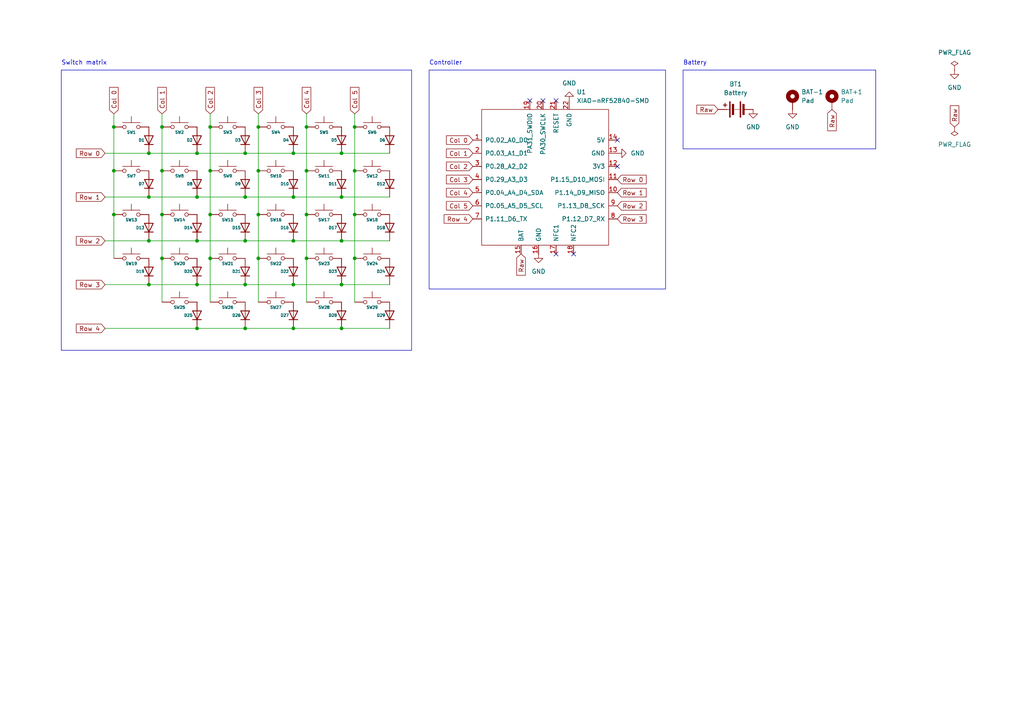
<source format=kicad_sch>
(kicad_sch (version 20250114) (generator "eeschema") (generator_version "9.0")
  (paper "A4")
  (lib_symbols
    (symbol "Device:Battery" (pin_numbers (hide yes)) (pin_names (offset 0) (hide yes))
      (property "Reference" "BT" (at 2.54 2.54 0))
      (property "Value" "Battery" (at 2.54 0 0))
      (symbol "Battery_0_1"
        (rectangle (start -2.286 1.778) (end 2.286 1.524) (fill (type outline)))
        (rectangle (start -2.286 -1.27) (end 2.286 -1.524) (fill (type outline)))
        (rectangle (start -1.524 1.016) (end 1.524 0.508) (fill (type outline)))
        (rectangle (start -1.524 -2.032) (end 1.524 -2.54) (fill (type outline)))
        (polyline (pts (xy 0 1.778) (xy 0 2.54)))
        (polyline (pts (xy 0 0) (xy 0 0.254)))
        (polyline (pts (xy 0 -0.508) (xy 0 -0.254)))
        (polyline (pts (xy 0 -1.016) (xy 0 -0.762)))
        (polyline (pts (xy 0.762 3.048) (xy 1.778 3.048)) (stroke (width 0.254)))
        (polyline (pts (xy 1.27 3.556) (xy 1.27 2.54)) (stroke (width 0.254)))
      )
      (symbol "Battery_1_1"
        (pin passive line (at 0 5.08 270) (length 2.54) (name "+") (number "1"))
        (pin passive line (at 0 -5.08 90) (length 2.54) (name "-") (number "2"))
      )
    )
    (symbol "Device:D" (pin_numbers (hide yes)) (pin_names (offset 1.016) (hide yes))
      (property "Reference" "D" (at 0 2.54 0))
      (property "Value" "D" (at 0 -2.54 0))
      (symbol "D_0_1"
        (polyline (pts (xy -1.27 1.27) (xy -1.27 -1.27)) (stroke (width 0.254)))
        (polyline (pts (xy 1.27 1.27) (xy 1.27 -1.27) (xy -1.27 0) (xy 1.27 1.27)) (stroke (width 0.254)))
        (polyline (pts (xy 1.27 0) (xy -1.27 0)))
      )
      (symbol "D_1_1"
        (pin passive line (at -3.81 0 0) (length 2.54) (name "K") (number "1"))
        (pin passive line (at 3.81 0 180) (length 2.54) (name "A") (number "2"))
      )
    )
    (symbol "Mechanical:MountingHole_Pad" (pin_numbers (hide yes)) (pin_names (offset 1.016) (hide yes)) (exclude_from_sim yes) (in_bom no)
      (property "Reference" "H" (at 0 6.35 0))
      (property "Value" "MountingHole_Pad" (at 0 4.445 0))
      (symbol "MountingHole_Pad_0_1"
        (circle (center 0 1.27) (radius 1.27) (stroke (width 1.27)))
      )
      (symbol "MountingHole_Pad_1_1"
        (pin input line (at 0 -2.54 90) (length 2.54) (name "1") (number "1"))
      )
    )
    (symbol "Seeed_Studio_XIAO_Series:XIAO-nRF52840-SMD" (pin_names (offset 1.016))
      (property "Reference" "U" (at -18.542 23.114 0))
      (property "Value" "XIAO-nRF52840-SMD" (at -8.636 21.336 0))
      (symbol "XIAO-nRF52840-SMD_0_1"
        (rectangle (start -19.05 20.32) (end 17.78 -19.05))
      )
      (symbol "XIAO-nRF52840-SMD_1_1"
        (pin passive line (at -21.59 11.43 0) (length 2.54) (name "P0.02_A0_D0") (number "1"))
        (pin passive line (at -21.59 7.62 0) (length 2.54) (name "P0.03_A1_D1") (number "2"))
        (pin passive line (at -21.59 3.81 0) (length 2.54) (name "P0.28_A2_D2") (number "3"))
        (pin passive line (at -21.59 0 0) (length 2.54) (name "P0.29_A3_D3") (number "4"))
        (pin passive line (at -21.59 -3.81 0) (length 2.54) (name "P0.04_A4_D4_SDA") (number "5"))
        (pin passive line (at -21.59 -7.62 0) (length 2.54) (name "P0.05_A5_D5_SCL") (number "6"))
        (pin passive line (at -21.59 -11.43 0) (length 2.54) (name "P1.11_D6_TX") (number "7"))
        (pin passive line (at -7.62 -21.59 90) (length 2.54) (name "BAT") (number "15"))
        (pin passive line (at -5.08 22.86 270) (length 2.54) (name "PA31_SWDIO") (number "19"))
        (pin passive line (at -2.54 -21.59 90) (length 2.54) (name "GND") (number "16"))
        (pin passive line (at -1.27 22.86 270) (length 2.54) (name "PA30_SWCLK") (number "20"))
        (pin passive line (at 2.54 22.86 270) (length 2.54) (name "RESET") (number "21"))
        (pin passive line (at 2.54 -21.59 90) (length 2.54) (name "NFC1") (number "17"))
        (pin passive line (at 6.35 22.86 270) (length 2.54) (name "GND") (number "22"))
        (pin passive line (at 7.62 -21.59 90) (length 2.54) (name "NFC2") (number "18"))
        (pin passive line (at 20.32 11.43 180) (length 2.54) (name "5V") (number "14"))
        (pin passive line (at 20.32 7.62 180) (length 2.54) (name "GND") (number "13"))
        (pin passive line (at 20.32 3.81 180) (length 2.54) (name "3V3") (number "12"))
        (pin passive line (at 20.32 0 180) (length 2.54) (name "P1.15_D10_MOSI") (number "11"))
        (pin passive line (at 20.32 -3.81 180) (length 2.54) (name "P1.14_D9_MISO") (number "10"))
        (pin passive line (at 20.32 -7.62 180) (length 2.54) (name "P1.13_D8_SCK") (number "9"))
        (pin passive line (at 20.32 -11.43 180) (length 2.54) (name "P1.12_D7_RX") (number "8"))
      )
    )
    (symbol "Switch:SW_Push" (pin_numbers (hide yes)) (pin_names (offset 1.016) (hide yes))
      (property "Reference" "SW" (at 1.27 2.54 0))
      (property "Value" "SW_Push" (at 0 -1.524 0))
      (symbol "SW_Push_0_1"
        (circle (center -2.032 0) (radius 0.508))
        (polyline (pts (xy 0 1.27) (xy 0 3.048)))
        (circle (center 2.032 0) (radius 0.508))
        (polyline (pts (xy 2.54 1.27) (xy -2.54 1.27)))
        (pin passive line (at -5.08 0 0) (length 2.54) (name "1") (number "1"))
        (pin passive line (at 5.08 0 180) (length 2.54) (name "2") (number "2"))
      )
    )
    (symbol "power:GND" (power) (pin_numbers (hide yes)) (pin_names (offset 0) (hide yes))
      (property "Value" "GND" (at 0 -3.81 0))
      (symbol "GND_0_1"
        (polyline (pts (xy 0 0) (xy 0 -1.27) (xy 1.27 -1.27) (xy 0 -2.54) (xy -1.27 -1.27) (xy 0 -1.27)))
      )
      (symbol "GND_1_1"
        (pin power_in line (at 0 0 270) (length 0) (name "~") (number "1"))
      )
    )
    (symbol "power:PWR_FLAG" (power) (pin_numbers (hide yes)) (pin_names (offset 0) (hide yes))
      (property "Value" "PWR_FLAG" (at 0 3.81 0))
      (symbol "PWR_FLAG_0_0"
        (pin power_out line (at 0 0 90) (length 0) (name "~") (number "1"))
      )
      (symbol "PWR_FLAG_0_1"
        (polyline (pts (xy 0 0) (xy 0 1.27) (xy -1.016 1.905) (xy 0 2.54) (xy 1.016 1.905) (xy 0 1.27)))
      )
    )
  )
  (rectangle (start 198.12 20.32) (end 254 43.18))
  (rectangle (start 124.46 20.32) (end 193.04 83.82))
  (rectangle (start 17.78 20.32) (end 119.38 101.6))
  (text "Switch matrix" (at 17.78 19.05 0) (effects (font (size 1.27 1.27)) (justify left bottom)))
  (text "Controller " (at 124.46 19.05 0) (effects (font (size 1.27 1.27)) (justify left bottom)))
  (text "Battery" (at 198.12 19.05 0) (effects (font (size 1.27 1.27)) (justify left bottom)))
  (junction (at 60.96 36.83))
  (junction (at 71.12 69.85))
  (junction (at 99.06 82.55))
  (junction (at 43.18 69.85))
  (junction (at 102.87 74.93))
  (junction (at 85.09 44.45))
  (junction (at 33.02 62.23))
  (junction (at 71.12 95.25))
  (junction (at 88.9 36.83))
  (junction (at 102.87 36.83))
  (junction (at 57.15 57.15))
  (junction (at 99.06 44.45))
  (junction (at 43.18 57.15))
  (junction (at 99.06 69.85))
  (junction (at 74.93 36.83))
  (junction (at 88.9 49.53))
  (junction (at 46.99 49.53))
  (junction (at 57.15 44.45))
  (junction (at 99.06 95.25))
  (junction (at 43.18 44.45))
  (junction (at 102.87 49.53))
  (junction (at 74.93 49.53))
  (junction (at 33.02 49.53))
  (junction (at 99.06 57.15))
  (junction (at 71.12 44.45))
  (junction (at 85.09 95.25))
  (junction (at 33.02 36.83))
  (junction (at 57.15 82.55))
  (junction (at 85.09 82.55))
  (junction (at 71.12 57.15))
  (junction (at 60.96 62.23))
  (junction (at 46.99 36.83))
  (junction (at 46.99 62.23))
  (junction (at 74.93 74.93))
  (junction (at 88.9 62.23))
  (junction (at 57.15 95.25))
  (junction (at 43.18 82.55))
  (junction (at 60.96 74.93))
  (junction (at 88.9 74.93))
  (junction (at 74.93 62.23))
  (junction (at 57.15 69.85))
  (junction (at 60.96 49.53))
  (junction (at 71.12 82.55))
  (junction (at 85.09 57.15))
  (junction (at 46.99 74.93))
  (junction (at 102.87 62.23))
  (junction (at 85.09 69.85))
  (no_connect (at 179.07 48.26))
  (no_connect (at 157.48 29.21))
  (no_connect (at 179.07 40.64))
  (no_connect (at 166.37 73.66))
  (no_connect (at 153.67 29.21))
  (no_connect (at 161.29 73.66))
  (no_connect (at 161.29 29.21))
  (wire (pts (xy 60.96 74.93) (xy 60.96 87.63)))
  (wire (pts (xy 71.12 57.15) (xy 85.09 57.15)))
  (wire (pts (xy 30.48 95.25) (xy 57.15 95.25)))
  (wire (pts (xy 99.06 95.25) (xy 113.03 95.25)))
  (wire (pts (xy 57.15 57.15) (xy 71.12 57.15)))
  (wire (pts (xy 85.09 82.55) (xy 99.06 82.55)))
  (wire (pts (xy 102.87 49.53) (xy 102.87 62.23)))
  (wire (pts (xy 30.48 69.85) (xy 43.18 69.85)))
  (wire (pts (xy 43.18 44.45) (xy 57.15 44.45)))
  (wire (pts (xy 85.09 44.45) (xy 99.06 44.45)))
  (wire (pts (xy 43.18 82.55) (xy 57.15 82.55)))
  (wire (pts (xy 60.96 36.83) (xy 60.96 49.53)))
  (wire (pts (xy 88.9 74.93) (xy 88.9 87.63)))
  (wire (pts (xy 46.99 49.53) (xy 46.99 62.23)))
  (wire (pts (xy 30.48 82.55) (xy 43.18 82.55)))
  (wire (pts (xy 99.06 82.55) (xy 113.03 82.55)))
  (wire (pts (xy 88.9 62.23) (xy 88.9 74.93)))
  (wire (pts (xy 60.96 49.53) (xy 60.96 62.23)))
  (wire (pts (xy 99.06 69.85) (xy 113.03 69.85)))
  (wire (pts (xy 57.15 69.85) (xy 71.12 69.85)))
  (wire (pts (xy 85.09 69.85) (xy 99.06 69.85)))
  (wire (pts (xy 33.02 33.02) (xy 33.02 36.83)))
  (wire (pts (xy 74.93 49.53) (xy 74.93 62.23)))
  (wire (pts (xy 43.18 69.85) (xy 57.15 69.85)))
  (wire (pts (xy 33.02 62.23) (xy 33.02 74.93)))
  (wire (pts (xy 60.96 33.02) (xy 60.96 36.83)))
  (wire (pts (xy 71.12 82.55) (xy 85.09 82.55)))
  (wire (pts (xy 102.87 36.83) (xy 102.87 49.53)))
  (wire (pts (xy 30.48 57.15) (xy 43.18 57.15)))
  (wire (pts (xy 102.87 33.02) (xy 102.87 36.83)))
  (wire (pts (xy 102.87 74.93) (xy 102.87 87.63)))
  (wire (pts (xy 46.99 36.83) (xy 46.99 49.53)))
  (wire (pts (xy 85.09 57.15) (xy 99.06 57.15)))
  (wire (pts (xy 88.9 33.02) (xy 88.9 36.83)))
  (wire (pts (xy 99.06 57.15) (xy 113.03 57.15)))
  (wire (pts (xy 85.09 95.25) (xy 99.06 95.25)))
  (wire (pts (xy 33.02 36.83) (xy 33.02 49.53)))
  (wire (pts (xy 102.87 62.23) (xy 102.87 74.93)))
  (wire (pts (xy 57.15 44.45) (xy 71.12 44.45)))
  (wire (pts (xy 74.93 36.83) (xy 74.93 49.53)))
  (wire (pts (xy 43.18 57.15) (xy 57.15 57.15)))
  (wire (pts (xy 74.93 62.23) (xy 74.93 74.93)))
  (wire (pts (xy 33.02 49.53) (xy 33.02 62.23)))
  (wire (pts (xy 46.99 33.02) (xy 46.99 36.83)))
  (wire (pts (xy 74.93 74.93) (xy 74.93 87.63)))
  (wire (pts (xy 74.93 33.02) (xy 74.93 36.83)))
  (wire (pts (xy 71.12 69.85) (xy 85.09 69.85)))
  (wire (pts (xy 30.48 44.45) (xy 43.18 44.45)))
  (wire (pts (xy 88.9 49.53) (xy 88.9 62.23)))
  (wire (pts (xy 46.99 62.23) (xy 46.99 74.93)))
  (wire (pts (xy 88.9 36.83) (xy 88.9 49.53)))
  (wire (pts (xy 60.96 62.23) (xy 60.96 74.93)))
  (wire (pts (xy 57.15 95.25) (xy 71.12 95.25)))
  (wire (pts (xy 71.12 44.45) (xy 85.09 44.45)))
  (wire (pts (xy 46.99 74.93) (xy 46.99 87.63)))
  (wire (pts (xy 99.06 44.45) (xy 113.03 44.45)))
  (wire (pts (xy 57.15 82.55) (xy 71.12 82.55)))
  (wire (pts (xy 71.12 95.25) (xy 85.09 95.25)))
  (global_label "Raw" (shape input) (at 151.13 73.66 270) (property "Intersheetrefs" "${INTERSHEET_REFS}" (effects (hide yes))))
  (global_label "Row 3" (shape input) (at 30.48 82.55 180) (property "Intersheetrefs" "${INTERSHEET_REFS}" (effects (hide yes))))
  (global_label "Row 0" (shape input) (at 179.07 52.07 0) (property "Intersheetrefs" "${INTERSHEET_REFS}" (effects (hide yes))))
  (global_label "Row 0" (shape input) (at 30.48 44.45 180) (property "Intersheetrefs" "${INTERSHEET_REFS}" (effects (hide yes))))
  (global_label "Row 2" (shape input) (at 30.48 69.85 180) (property "Intersheetrefs" "${INTERSHEET_REFS}" (effects (hide yes))))
  (global_label "Row 4" (shape input) (at 137.16 63.5 180) (property "Intersheetrefs" "${INTERSHEET_REFS}" (effects (hide yes))))
  (global_label "Raw" (shape input) (at 276.86 36.83 90) (property "Intersheetrefs" "${INTERSHEET_REFS}" (effects (hide yes))))
  (global_label "Col 5" (shape input) (at 137.16 59.69 180) (property "Intersheetrefs" "${INTERSHEET_REFS}" (effects (hide yes))))
  (global_label "Col 1" (shape input) (at 137.16 44.45 180) (property "Intersheetrefs" "${INTERSHEET_REFS}" (effects (hide yes))))
  (global_label "Col 2" (shape input) (at 137.16 48.26 180) (property "Intersheetrefs" "${INTERSHEET_REFS}" (effects (hide yes))))
  (global_label "Row 1" (shape input) (at 30.48 57.15 180) (property "Intersheetrefs" "${INTERSHEET_REFS}" (effects (hide yes))))
  (global_label "Col 0" (shape input) (at 137.16 40.64 180) (property "Intersheetrefs" "${INTERSHEET_REFS}" (effects (hide yes))))
  (global_label "Col 4" (shape input) (at 88.9 33.02 90) (property "Intersheetrefs" "${INTERSHEET_REFS}" (effects (hide yes))))
  (global_label "Col 0" (shape input) (at 33.02 33.02 90) (property "Intersheetrefs" "${INTERSHEET_REFS}" (effects (hide yes))))
  (global_label "Col 3" (shape input) (at 137.16 52.07 180) (property "Intersheetrefs" "${INTERSHEET_REFS}" (effects (hide yes))))
  (global_label "Col 3" (shape input) (at 74.93 33.02 90) (property "Intersheetrefs" "${INTERSHEET_REFS}" (effects (hide yes))))
  (global_label "Col 2" (shape input) (at 60.96 33.02 90) (property "Intersheetrefs" "${INTERSHEET_REFS}" (effects (hide yes))))
  (global_label "Row 4" (shape input) (at 30.48 95.25 180) (property "Intersheetrefs" "${INTERSHEET_REFS}" (effects (hide yes))))
  (global_label "Col 4" (shape input) (at 137.16 55.88 180) (property "Intersheetrefs" "${INTERSHEET_REFS}" (effects (hide yes))))
  (global_label "Row 1" (shape input) (at 179.07 55.88 0) (property "Intersheetrefs" "${INTERSHEET_REFS}" (effects (hide yes))))
  (global_label "Raw" (shape input) (at 241.3 31.75 270) (property "Intersheetrefs" "${INTERSHEET_REFS}" (effects (hide yes))))
  (global_label "Col 5" (shape input) (at 102.87 33.02 90) (property "Intersheetrefs" "${INTERSHEET_REFS}" (effects (hide yes))))
  (global_label "Col 1" (shape input) (at 46.99 33.02 90) (property "Intersheetrefs" "${INTERSHEET_REFS}" (effects (hide yes))))
  (global_label "Row 2" (shape input) (at 179.07 59.69 0) (property "Intersheetrefs" "${INTERSHEET_REFS}" (effects (hide yes))))
  (global_label "Row 3" (shape input) (at 179.07 63.5 0) (property "Intersheetrefs" "${INTERSHEET_REFS}" (effects (hide yes))))
  (global_label "Raw" (shape input) (at 208.28 31.75 180) (property "Intersheetrefs" "${INTERSHEET_REFS}" (effects (hide yes))))
  (symbol (lib_id "Device:D") (at 85.09 53.34 90) (unit 1)
    (property "Reference" "D10" (at 83.82 53.34 90) (effects (font (size 0.8128 0.8128)) (justify left)))
    (property "Value" "D" (effects (hide yes)))
    (property "Footprint" "axseem:D_SOD-123_HandSoldering_Reversible" (effects (hide yes)))
    (property "Description" "Diode" (effects (hide yes)))
    (property "Sim.Device" "D" (effects (hide yes)))
    (property "Sim.Pins" "1=K 2=A" (effects (hide yes)))
  )
  (symbol (lib_id "power:GND") (at 229.87 31.75 0) (mirror y) (unit 1)
    (property "Reference" "#PWR024" (effects (hide yes)))
    (property "Value" "GND" (at 229.87 36.83 0))
    (property "Description" "Power symbol creates a global label with name \"GND\" , ground" (effects (hide yes)))
  )
  (symbol (lib_id "Switch:SW_Push") (at 66.04 87.63 0) (unit 1)
    (property "Reference" "SW26" (at 66.04 89.154 0) (effects (font (size 0.8128 0.8128))))
    (property "Value" "SW_Push" (effects (hide yes)))
    (property "Footprint" "axseem:SW_MX_Choc_Hotswap_Reversible" (effects (hide yes)))
    (property "Description" "Push button switch, generic, two pins" (effects (hide yes)))
  )
  (symbol (lib_id "power:GND") (at 156.21 73.66 0) (unit 1)
    (property "Reference" "#PWR014" (effects (hide yes)))
    (property "Value" "GND" (at 156.21 78.74 0))
    (property "Description" "Power symbol creates a global label with name \"GND\" , ground" (effects (hide yes)))
  )
  (symbol (lib_id "power:GND") (at 276.86 20.32 0) (unit 1)
    (property "Reference" "#PWR016" (effects (hide yes)))
    (property "Value" "GND" (at 276.86 25.4 0))
    (property "Description" "Power symbol creates a global label with name \"GND\" , ground" (effects (hide yes)))
  )
  (symbol (lib_id "Device:D") (at 85.09 91.44 90) (unit 1)
    (property "Reference" "D27" (at 83.82 91.44 90) (effects (font (size 0.8128 0.8128)) (justify left)))
    (property "Value" "D" (effects (hide yes)))
    (property "Footprint" "axseem:D_SOD-123_HandSoldering_Reversible" (effects (hide yes)))
    (property "Description" "Diode" (effects (hide yes)))
    (property "Sim.Device" "D" (effects (hide yes)))
    (property "Sim.Pins" "1=K 2=A" (effects (hide yes)))
  )
  (symbol (lib_id "Device:D") (at 71.12 40.64 90) (unit 1)
    (property "Reference" "D3" (at 69.85 40.64 90) (effects (font (size 0.8128 0.8128)) (justify left)))
    (property "Value" "D" (effects (hide yes)))
    (property "Footprint" "axseem:D_SOD-123_HandSoldering_Reversible" (effects (hide yes)))
    (property "Description" "Diode" (effects (hide yes)))
    (property "Sim.Device" "D" (effects (hide yes)))
    (property "Sim.Pins" "1=K 2=A" (effects (hide yes)))
  )
  (symbol (lib_id "Switch:SW_Push") (at 38.1 36.83 0) (unit 1)
    (property "Reference" "SW1" (at 38.1 38.354 0) (effects (font (size 0.8128 0.8128))))
    (property "Value" "SW_Push" (effects (hide yes)))
    (property "Footprint" "axseem:SW_MX_Choc_Hotswap_Reversible" (effects (hide yes)))
    (property "Description" "Push button switch, generic, two pins" (effects (hide yes)))
  )
  (symbol (lib_id "Device:D") (at 113.03 53.34 90) (unit 1)
    (property "Reference" "D12" (at 111.76 53.34 90) (effects (font (size 0.8128 0.8128)) (justify left)))
    (property "Value" "D" (effects (hide yes)))
    (property "Footprint" "axseem:D_SOD-123_HandSoldering_Reversible" (effects (hide yes)))
    (property "Description" "Diode" (effects (hide yes)))
    (property "Sim.Device" "D" (effects (hide yes)))
    (property "Sim.Pins" "1=K 2=A" (effects (hide yes)))
  )
  (symbol (lib_id "Switch:SW_Push") (at 52.07 36.83 0) (unit 1)
    (property "Reference" "SW2" (at 52.07 38.354 0) (effects (font (size 0.8128 0.8128))))
    (property "Value" "SW_Push" (effects (hide yes)))
    (property "Footprint" "axseem:SW_MX_Choc_Hotswap_Reversible" (effects (hide yes)))
    (property "Description" "Push button switch, generic, two pins" (effects (hide yes)))
  )
  (symbol (lib_id "Device:D") (at 57.15 78.74 90) (unit 1)
    (property "Reference" "D20" (at 55.88 78.74 90) (effects (font (size 0.8128 0.8128)) (justify left)))
    (property "Value" "D" (effects (hide yes)))
    (property "Footprint" "axseem:D_SOD-123_HandSoldering_Reversible" (effects (hide yes)))
    (property "Description" "Diode" (effects (hide yes)))
    (property "Sim.Device" "D" (effects (hide yes)))
    (property "Sim.Pins" "1=K 2=A" (effects (hide yes)))
  )
  (symbol (lib_id "Device:D") (at 113.03 91.44 90) (unit 1)
    (property "Reference" "D29" (at 111.76 91.44 90) (effects (font (size 0.8128 0.8128)) (justify left)))
    (property "Value" "D" (effects (hide yes)))
    (property "Footprint" "axseem:D_SOD-123_HandSoldering_Reversible" (effects (hide yes)))
    (property "Description" "Diode" (effects (hide yes)))
    (property "Sim.Device" "D" (effects (hide yes)))
    (property "Sim.Pins" "1=K 2=A" (effects (hide yes)))
  )
  (symbol (lib_id "Device:D") (at 113.03 40.64 90) (unit 1)
    (property "Reference" "D6" (at 111.76 40.64 90) (effects (font (size 0.8128 0.8128)) (justify left)))
    (property "Value" "D" (effects (hide yes)))
    (property "Footprint" "axseem:D_SOD-123_HandSoldering_Reversible" (effects (hide yes)))
    (property "Description" "Diode" (effects (hide yes)))
    (property "Sim.Device" "D" (effects (hide yes)))
    (property "Sim.Pins" "1=K 2=A" (effects (hide yes)))
  )
  (symbol (lib_id "Switch:SW_Push") (at 66.04 62.23 0) (unit 1)
    (property "Reference" "SW15" (at 66.04 63.754 0) (effects (font (size 0.8128 0.8128))))
    (property "Value" "SW_Push" (effects (hide yes)))
    (property "Footprint" "axseem:SW_MX_Choc_Hotswap_Reversible" (effects (hide yes)))
    (property "Description" "Push button switch, generic, two pins" (effects (hide yes)))
  )
  (symbol (lib_id "Device:D") (at 57.15 40.64 90) (unit 1)
    (property "Reference" "D2" (at 55.88 40.64 90) (effects (font (size 0.8128 0.8128)) (justify left)))
    (property "Value" "D" (effects (hide yes)))
    (property "Footprint" "axseem:D_SOD-123_HandSoldering_Reversible" (effects (hide yes)))
    (property "Description" "Diode" (effects (hide yes)))
    (property "Sim.Device" "D" (effects (hide yes)))
    (property "Sim.Pins" "1=K 2=A" (effects (hide yes)))
  )
  (symbol (lib_id "Device:D") (at 43.18 66.04 90) (unit 1)
    (property "Reference" "D13" (at 41.91 66.04 90) (effects (font (size 0.8128 0.8128)) (justify left)))
    (property "Value" "D" (effects (hide yes)))
    (property "Footprint" "axseem:D_SOD-123_HandSoldering_Reversible" (effects (hide yes)))
    (property "Description" "Diode" (effects (hide yes)))
    (property "Sim.Device" "D" (effects (hide yes)))
    (property "Sim.Pins" "1=K 2=A" (effects (hide yes)))
  )
  (symbol (lib_id "Device:D") (at 99.06 40.64 90) (unit 1)
    (property "Reference" "D5" (at 97.79 40.64 90) (effects (font (size 0.8128 0.8128)) (justify left)))
    (property "Value" "D" (effects (hide yes)))
    (property "Footprint" "axseem:D_SOD-123_HandSoldering_Reversible" (effects (hide yes)))
    (property "Description" "Diode" (effects (hide yes)))
    (property "Sim.Device" "D" (effects (hide yes)))
    (property "Sim.Pins" "1=K 2=A" (effects (hide yes)))
  )
  (symbol (lib_id "Device:D") (at 85.09 66.04 90) (unit 1)
    (property "Reference" "D16" (at 83.82 66.04 90) (effects (font (size 0.8128 0.8128)) (justify left)))
    (property "Value" "D" (effects (hide yes)))
    (property "Footprint" "axseem:D_SOD-123_HandSoldering_Reversible" (effects (hide yes)))
    (property "Description" "Diode" (effects (hide yes)))
    (property "Sim.Device" "D" (effects (hide yes)))
    (property "Sim.Pins" "1=K 2=A" (effects (hide yes)))
  )
  (symbol (lib_id "Switch:SW_Push") (at 107.95 49.53 0) (unit 1)
    (property "Reference" "SW12" (at 107.95 51.054 0) (effects (font (size 0.8128 0.8128))))
    (property "Value" "SW_Push" (effects (hide yes)))
    (property "Footprint" "axseem:SW_MX_Choc_Hotswap_Reversible" (effects (hide yes)))
    (property "Description" "Push button switch, generic, two pins" (effects (hide yes)))
  )
  (symbol (lib_id "Switch:SW_Push") (at 93.98 74.93 0) (unit 1)
    (property "Reference" "SW23" (at 93.98 76.454 0) (effects (font (size 0.8128 0.8128))))
    (property "Value" "SW_Push" (effects (hide yes)))
    (property "Footprint" "axseem:SW_MX_Choc_Hotswap_Reversible" (effects (hide yes)))
    (property "Description" "Push button switch, generic, two pins" (effects (hide yes)))
  )
  (symbol (lib_id "Switch:SW_Push") (at 107.95 74.93 0) (unit 1)
    (property "Reference" "SW24" (at 107.95 76.454 0) (effects (font (size 0.8128 0.8128))))
    (property "Value" "SW_Push" (effects (hide yes)))
    (property "Footprint" "axseem:SW_MX_Choc_Hotswap_Reversible" (effects (hide yes)))
    (property "Description" "Push button switch, generic, two pins" (effects (hide yes)))
  )
  (symbol (lib_id "Mechanical:MountingHole_Pad") (at 241.3 29.21 0) (unit 1)
    (property "Reference" "BAT+1" (at 243.84 26.6699 0) (effects (justify left)))
    (property "Value" "Pad" (at 243.84 29.2099 0) (effects (justify left)))
    (property "Footprint" "axseem:Pad" (effects (hide yes)))
    (property "Description" "Mounting Hole with connection" (effects (hide yes)))
  )
  (symbol (lib_id "Device:D") (at 99.06 66.04 90) (unit 1)
    (property "Reference" "D17" (at 97.79 66.04 90) (effects (font (size 0.8128 0.8128)) (justify left)))
    (property "Value" "D" (effects (hide yes)))
    (property "Footprint" "axseem:D_SOD-123_HandSoldering_Reversible" (effects (hide yes)))
    (property "Description" "Diode" (effects (hide yes)))
    (property "Sim.Device" "D" (effects (hide yes)))
    (property "Sim.Pins" "1=K 2=A" (effects (hide yes)))
  )
  (symbol (lib_id "Device:D") (at 99.06 78.74 90) (unit 1)
    (property "Reference" "D23" (at 97.79 78.74 90) (effects (font (size 0.8128 0.8128)) (justify left)))
    (property "Value" "D" (effects (hide yes)))
    (property "Footprint" "axseem:D_SOD-123_HandSoldering_Reversible" (effects (hide yes)))
    (property "Description" "Diode" (effects (hide yes)))
    (property "Sim.Device" "D" (effects (hide yes)))
    (property "Sim.Pins" "1=K 2=A" (effects (hide yes)))
  )
  (symbol (lib_id "Device:D") (at 99.06 91.44 90) (unit 1)
    (property "Reference" "D28" (at 97.79 91.44 90) (effects (font (size 0.8128 0.8128)) (justify left)))
    (property "Value" "D" (effects (hide yes)))
    (property "Footprint" "axseem:D_SOD-123_HandSoldering_Reversible" (effects (hide yes)))
    (property "Description" "Diode" (effects (hide yes)))
    (property "Sim.Device" "D" (effects (hide yes)))
    (property "Sim.Pins" "1=K 2=A" (effects (hide yes)))
  )
  (symbol (lib_id "Device:D") (at 85.09 78.74 90) (unit 1)
    (property "Reference" "D22" (at 83.82 78.74 90) (effects (font (size 0.8128 0.8128)) (justify left)))
    (property "Value" "D" (effects (hide yes)))
    (property "Footprint" "axseem:D_SOD-123_HandSoldering_Reversible" (effects (hide yes)))
    (property "Description" "Diode" (effects (hide yes)))
    (property "Sim.Device" "D" (effects (hide yes)))
    (property "Sim.Pins" "1=K 2=A" (effects (hide yes)))
  )
  (symbol (lib_id "Switch:SW_Push") (at 38.1 74.93 0) (unit 1)
    (property "Reference" "SW19" (at 38.1 76.454 0) (effects (font (size 0.8128 0.8128))))
    (property "Value" "SW_Push" (effects (hide yes)))
    (property "Footprint" "axseem:SW_MX_Choc_Hotswap_Reversible" (effects (hide yes)))
    (property "Description" "Push button switch, generic, two pins" (effects (hide yes)))
  )
  (symbol (lib_id "Switch:SW_Push") (at 66.04 49.53 0) (unit 1)
    (property "Reference" "SW9" (at 66.04 51.054 0) (effects (font (size 0.8128 0.8128))))
    (property "Value" "SW_Push" (effects (hide yes)))
    (property "Footprint" "axseem:SW_MX_Choc_Hotswap_Reversible" (effects (hide yes)))
    (property "Description" "Push button switch, generic, two pins" (effects (hide yes)))
  )
  (symbol (lib_id "Seeed_Studio_XIAO_Series:XIAO-nRF52840-SMD") (at 158.75 52.07 0) (unit 1)
    (property "Reference" "U1" (at 167.2433 26.67 0) (effects (justify left)))
    (property "Value" "XIAO-nRF52840-SMD" (at 167.2433 29.21 0) (effects (justify left)))
    (property "Footprint" "axseem:XIAO-nRF52840-SMD" (effects (hide yes)))
  )
  (symbol (lib_id "Device:D") (at 71.12 53.34 90) (unit 1)
    (property "Reference" "D9" (at 69.85 53.34 90) (effects (font (size 0.8128 0.8128)) (justify left)))
    (property "Value" "D" (effects (hide yes)))
    (property "Footprint" "axseem:D_SOD-123_HandSoldering_Reversible" (effects (hide yes)))
    (property "Description" "Diode" (effects (hide yes)))
    (property "Sim.Device" "D" (effects (hide yes)))
    (property "Sim.Pins" "1=K 2=A" (effects (hide yes)))
  )
  (symbol (lib_id "Switch:SW_Push") (at 52.07 49.53 0) (unit 1)
    (property "Reference" "SW8" (at 52.07 51.054 0) (effects (font (size 0.8128 0.8128))))
    (property "Value" "SW_Push" (effects (hide yes)))
    (property "Footprint" "axseem:SW_MX_Choc_Hotswap_Reversible" (effects (hide yes)))
    (property "Description" "Push button switch, generic, two pins" (effects (hide yes)))
  )
  (symbol (lib_id "Switch:SW_Push") (at 66.04 36.83 0) (unit 1)
    (property "Reference" "SW3" (at 66.04 38.354 0) (effects (font (size 0.8128 0.8128))))
    (property "Value" "SW_Push" (effects (hide yes)))
    (property "Footprint" "axseem:SW_MX_Choc_Hotswap_Reversible" (effects (hide yes)))
    (property "Description" "Push button switch, generic, two pins" (effects (hide yes)))
  )
  (symbol (lib_id "Switch:SW_Push") (at 38.1 49.53 0) (unit 1)
    (property "Reference" "SW7" (at 38.1 51.054 0) (effects (font (size 0.8128 0.8128))))
    (property "Value" "SW_Push" (effects (hide yes)))
    (property "Footprint" "axseem:SW_MX_Choc_Hotswap_Reversible" (effects (hide yes)))
    (property "Description" "Push button switch, generic, two pins" (effects (hide yes)))
  )
  (symbol (lib_id "power:PWR_FLAG") (at 276.86 20.32 0) (unit 1)
    (property "Reference" "#FLG01" (effects (hide yes)))
    (property "Value" "PWR_FLAG" (at 276.86 15.24 0))
    (property "Description" "Special symbol for telling ERC where power comes from" (effects (hide yes)))
  )
  (symbol (lib_id "Switch:SW_Push") (at 52.07 62.23 0) (unit 1)
    (property "Reference" "SW14" (at 52.07 63.754 0) (effects (font (size 0.8128 0.8128))))
    (property "Value" "SW_Push" (effects (hide yes)))
    (property "Footprint" "axseem:SW_MX_Choc_Hotswap_Reversible" (effects (hide yes)))
    (property "Description" "Push button switch, generic, two pins" (effects (hide yes)))
  )
  (symbol (lib_id "Switch:SW_Push") (at 93.98 36.83 0) (unit 1)
    (property "Reference" "SW5" (at 93.98 38.354 0) (effects (font (size 0.8128 0.8128))))
    (property "Value" "SW_Push" (effects (hide yes)))
    (property "Footprint" "axseem:SW_MX_Choc_Hotswap_Reversible" (effects (hide yes)))
    (property "Description" "Push button switch, generic, two pins" (effects (hide yes)))
  )
  (symbol (lib_id "Switch:SW_Push") (at 80.01 36.83 0) (unit 1)
    (property "Reference" "SW4" (at 80.01 38.354 0) (effects (font (size 0.8128 0.8128))))
    (property "Value" "SW_Push" (effects (hide yes)))
    (property "Footprint" "axseem:SW_MX_Choc_Hotswap_Reversible" (effects (hide yes)))
    (property "Description" "Push button switch, generic, two pins" (effects (hide yes)))
  )
  (symbol (lib_id "Switch:SW_Push") (at 107.95 87.63 0) (unit 1)
    (property "Reference" "SW29" (at 107.95 89.154 0) (effects (font (size 0.8128 0.8128))))
    (property "Value" "SW_Push" (effects (hide yes)))
    (property "Footprint" "axseem:SW_MX_Choc_Hotswap_Reversible" (effects (hide yes)))
    (property "Description" "Push button switch, generic, two pins" (effects (hide yes)))
  )
  (symbol (lib_id "Switch:SW_Push") (at 107.95 62.23 0) (unit 1)
    (property "Reference" "SW18" (at 107.95 63.754 0) (effects (font (size 0.8128 0.8128))))
    (property "Value" "SW_Push" (effects (hide yes)))
    (property "Footprint" "axseem:SW_MX_Choc_Hotswap_Reversible" (effects (hide yes)))
    (property "Description" "Push button switch, generic, two pins" (effects (hide yes)))
  )
  (symbol (lib_id "Switch:SW_Push") (at 66.04 74.93 0) (unit 1)
    (property "Reference" "SW21" (at 66.04 76.454 0) (effects (font (size 0.8128 0.8128))))
    (property "Value" "SW_Push" (effects (hide yes)))
    (property "Footprint" "axseem:SW_MX_Choc_Hotswap_Reversible" (effects (hide yes)))
    (property "Description" "Push button switch, generic, two pins" (effects (hide yes)))
  )
  (symbol (lib_id "Device:D") (at 71.12 78.74 90) (unit 1)
    (property "Reference" "D21" (at 69.85 78.74 90) (effects (font (size 0.8128 0.8128)) (justify left)))
    (property "Value" "D" (effects (hide yes)))
    (property "Footprint" "axseem:D_SOD-123_HandSoldering_Reversible" (effects (hide yes)))
    (property "Description" "Diode" (effects (hide yes)))
    (property "Sim.Device" "D" (effects (hide yes)))
    (property "Sim.Pins" "1=K 2=A" (effects (hide yes)))
  )
  (symbol (lib_id "Switch:SW_Push") (at 80.01 49.53 0) (unit 1)
    (property "Reference" "SW10" (at 80.01 51.054 0) (effects (font (size 0.8128 0.8128))))
    (property "Value" "SW_Push" (effects (hide yes)))
    (property "Footprint" "axseem:SW_MX_Choc_Hotswap_Reversible" (effects (hide yes)))
    (property "Description" "Push button switch, generic, two pins" (effects (hide yes)))
  )
  (symbol (lib_id "Mechanical:MountingHole_Pad") (at 229.87 29.21 0) (unit 1)
    (property "Reference" "BAT-1" (at 232.41 26.6699 0) (effects (justify left)))
    (property "Value" "Pad" (at 232.41 29.2099 0) (effects (justify left)))
    (property "Footprint" "axseem:Pad" (effects (hide yes)))
    (property "Description" "Mounting Hole with connection" (effects (hide yes)))
  )
  (symbol (lib_id "Device:D") (at 57.15 91.44 90) (unit 1)
    (property "Reference" "D25" (at 55.88 91.44 90) (effects (font (size 0.8128 0.8128)) (justify left)))
    (property "Value" "D" (effects (hide yes)))
    (property "Footprint" "axseem:D_SOD-123_HandSoldering_Reversible" (effects (hide yes)))
    (property "Description" "Diode" (effects (hide yes)))
    (property "Sim.Device" "D" (effects (hide yes)))
    (property "Sim.Pins" "1=K 2=A" (effects (hide yes)))
  )
  (symbol (lib_id "Switch:SW_Push") (at 93.98 49.53 0) (unit 1)
    (property "Reference" "SW11" (at 93.98 51.054 0) (effects (font (size 0.8128 0.8128))))
    (property "Value" "SW_Push" (effects (hide yes)))
    (property "Footprint" "axseem:SW_MX_Choc_Hotswap_Reversible" (effects (hide yes)))
    (property "Description" "Push button switch, generic, two pins" (effects (hide yes)))
  )
  (symbol (lib_id "Switch:SW_Push") (at 80.01 62.23 0) (unit 1)
    (property "Reference" "SW16" (at 80.01 63.754 0) (effects (font (size 0.8128 0.8128))))
    (property "Value" "SW_Push" (effects (hide yes)))
    (property "Footprint" "axseem:SW_MX_Choc_Hotswap_Reversible" (effects (hide yes)))
    (property "Description" "Push button switch, generic, two pins" (effects (hide yes)))
  )
  (symbol (lib_id "Device:D") (at 43.18 53.34 90) (unit 1)
    (property "Reference" "D7" (at 41.91 53.34 90) (effects (font (size 0.8128 0.8128)) (justify left)))
    (property "Value" "D" (effects (hide yes)))
    (property "Footprint" "axseem:D_SOD-123_HandSoldering_Reversible" (effects (hide yes)))
    (property "Description" "Diode" (effects (hide yes)))
    (property "Sim.Device" "D" (effects (hide yes)))
    (property "Sim.Pins" "1=K 2=A" (effects (hide yes)))
  )
  (symbol (lib_id "Device:D") (at 57.15 53.34 90) (unit 1)
    (property "Reference" "D8" (at 55.88 53.34 90) (effects (font (size 0.8128 0.8128)) (justify left)))
    (property "Value" "D" (effects (hide yes)))
    (property "Footprint" "axseem:D_SOD-123_HandSoldering_Reversible" (effects (hide yes)))
    (property "Description" "Diode" (effects (hide yes)))
    (property "Sim.Device" "D" (effects (hide yes)))
    (property "Sim.Pins" "1=K 2=A" (effects (hide yes)))
  )
  (symbol (lib_id "Device:D") (at 71.12 91.44 90) (unit 1)
    (property "Reference" "D26" (at 69.85 91.44 90) (effects (font (size 0.8128 0.8128)) (justify left)))
    (property "Value" "D" (effects (hide yes)))
    (property "Footprint" "axseem:D_SOD-123_HandSoldering_Reversible" (effects (hide yes)))
    (property "Description" "Diode" (effects (hide yes)))
    (property "Sim.Device" "D" (effects (hide yes)))
    (property "Sim.Pins" "1=K 2=A" (effects (hide yes)))
  )
  (symbol (lib_id "power:GND") (at 165.1 29.21 180) (unit 1)
    (property "Reference" "#PWR015" (effects (hide yes)))
    (property "Value" "GND" (at 165.1 24.13 0))
    (property "Description" "Power symbol creates a global label with name \"GND\" , ground" (effects (hide yes)))
  )
  (symbol (lib_id "Device:Battery") (at 213.36 31.75 90) (unit 1)
    (property "Reference" "BT1" (at 213.36 24.384 90))
    (property "Value" "Battery" (at 213.36 26.924 90))
    (property "Footprint" "axseem:JST_1.25mm_Reversible" (effects (hide yes)))
    (property "Description" "Multiple-cell battery" (effects (hide yes)))
  )
  (symbol (lib_id "power:PWR_FLAG") (at 276.86 36.83 180) (unit 1)
    (property "Reference" "#FLG04" (effects (hide yes)))
    (property "Value" "PWR_FLAG" (at 276.86 41.91 0))
    (property "Description" "Special symbol for telling ERC where power comes from" (effects (hide yes)))
  )
  (symbol (lib_id "Switch:SW_Push") (at 52.07 87.63 0) (unit 1)
    (property "Reference" "SW25" (at 52.07 89.154 0) (effects (font (size 0.8128 0.8128))))
    (property "Value" "SW_Push" (effects (hide yes)))
    (property "Footprint" "axseem:SW_MX_Choc_Hotswap_Reversible" (effects (hide yes)))
    (property "Description" "Push button switch, generic, two pins" (effects (hide yes)))
  )
  (symbol (lib_id "power:GND") (at 179.07 44.45 90) (unit 1)
    (property "Reference" "#PWR013" (effects (hide yes)))
    (property "Value" "GND" (at 182.88 44.4499 90) (effects (justify right)))
    (property "Description" "Power symbol creates a global label with name \"GND\" , ground" (effects (hide yes)))
  )
  (symbol (lib_id "Switch:SW_Push") (at 80.01 87.63 0) (unit 1)
    (property "Reference" "SW27" (at 80.01 89.154 0) (effects (font (size 0.8128 0.8128))))
    (property "Value" "SW_Push" (effects (hide yes)))
    (property "Footprint" "axseem:SW_MX_Choc_Hotswap_Reversible" (effects (hide yes)))
    (property "Description" "Push button switch, generic, two pins" (effects (hide yes)))
  )
  (symbol (lib_id "Device:D") (at 85.09 40.64 90) (unit 1)
    (property "Reference" "D4" (at 83.82 40.64 90) (effects (font (size 0.8128 0.8128)) (justify left)))
    (property "Value" "D" (effects (hide yes)))
    (property "Footprint" "axseem:D_SOD-123_HandSoldering_Reversible" (effects (hide yes)))
    (property "Description" "Diode" (effects (hide yes)))
    (property "Sim.Device" "D" (effects (hide yes)))
    (property "Sim.Pins" "1=K 2=A" (effects (hide yes)))
  )
  (symbol (lib_id "Device:D") (at 43.18 78.74 90) (unit 1)
    (property "Reference" "D19" (at 41.91 78.74 90) (effects (font (size 0.8128 0.8128)) (justify left)))
    (property "Value" "D" (effects (hide yes)))
    (property "Footprint" "axseem:D_SOD-123_HandSoldering_Reversible" (effects (hide yes)))
    (property "Description" "Diode" (effects (hide yes)))
    (property "Sim.Device" "D" (effects (hide yes)))
    (property "Sim.Pins" "1=K 2=A" (effects (hide yes)))
  )
  (symbol (lib_id "Switch:SW_Push") (at 38.1 62.23 0) (unit 1)
    (property "Reference" "SW13" (at 38.1 63.754 0) (effects (font (size 0.8128 0.8128))))
    (property "Value" "SW_Push" (effects (hide yes)))
    (property "Footprint" "axseem:SW_MX_Choc_Hotswap_Reversible" (effects (hide yes)))
    (property "Description" "Push button switch, generic, two pins" (effects (hide yes)))
  )
  (symbol (lib_id "Device:D") (at 113.03 66.04 90) (unit 1)
    (property "Reference" "D18" (at 111.76 66.04 90) (effects (font (size 0.8128 0.8128)) (justify left)))
    (property "Value" "D" (effects (hide yes)))
    (property "Footprint" "axseem:D_SOD-123_HandSoldering_Reversible" (effects (hide yes)))
    (property "Description" "Diode" (effects (hide yes)))
    (property "Sim.Device" "D" (effects (hide yes)))
    (property "Sim.Pins" "1=K 2=A" (effects (hide yes)))
  )
  (symbol (lib_id "Switch:SW_Push") (at 107.95 36.83 0) (unit 1)
    (property "Reference" "SW6" (at 107.95 38.354 0) (effects (font (size 0.8128 0.8128))))
    (property "Value" "SW_Push" (effects (hide yes)))
    (property "Footprint" "axseem:SW_MX_Choc_Hotswap_Reversible" (effects (hide yes)))
    (property "Description" "Push button switch, generic, two pins" (effects (hide yes)))
  )
  (symbol (lib_id "Device:D") (at 99.06 53.34 90) (unit 1)
    (property "Reference" "D11" (at 97.79 53.34 90) (effects (font (size 0.8128 0.8128)) (justify left)))
    (property "Value" "D" (effects (hide yes)))
    (property "Footprint" "axseem:D_SOD-123_HandSoldering_Reversible" (effects (hide yes)))
    (property "Description" "Diode" (effects (hide yes)))
    (property "Sim.Device" "D" (effects (hide yes)))
    (property "Sim.Pins" "1=K 2=A" (effects (hide yes)))
  )
  (symbol (lib_id "Device:D") (at 71.12 66.04 90) (unit 1)
    (property "Reference" "D15" (at 69.85 66.04 90) (effects (font (size 0.8128 0.8128)) (justify left)))
    (property "Value" "D" (effects (hide yes)))
    (property "Footprint" "axseem:D_SOD-123_HandSoldering_Reversible" (effects (hide yes)))
    (property "Description" "Diode" (effects (hide yes)))
    (property "Sim.Device" "D" (effects (hide yes)))
    (property "Sim.Pins" "1=K 2=A" (effects (hide yes)))
  )
  (symbol (lib_id "Switch:SW_Push") (at 80.01 74.93 0) (unit 1)
    (property "Reference" "SW22" (at 80.01 76.454 0) (effects (font (size 0.8128 0.8128))))
    (property "Value" "SW_Push" (effects (hide yes)))
    (property "Footprint" "axseem:SW_MX_Choc_Hotswap_Reversible" (effects (hide yes)))
    (property "Description" "Push button switch, generic, two pins" (effects (hide yes)))
  )
  (symbol (lib_id "power:GND") (at 218.44 31.75 0) (mirror y) (unit 1)
    (property "Reference" "#PWR023" (effects (hide yes)))
    (property "Value" "GND" (at 218.44 36.83 0))
    (property "Description" "Power symbol creates a global label with name \"GND\" , ground" (effects (hide yes)))
  )
  (symbol (lib_id "Switch:SW_Push") (at 93.98 62.23 0) (unit 1)
    (property "Reference" "SW17" (at 93.98 63.754 0) (effects (font (size 0.8128 0.8128))))
    (property "Value" "SW_Push" (effects (hide yes)))
    (property "Footprint" "axseem:SW_MX_Choc_Hotswap_Reversible" (effects (hide yes)))
    (property "Description" "Push button switch, generic, two pins" (effects (hide yes)))
  )
  (symbol (lib_id "Device:D") (at 43.18 40.64 90) (unit 1)
    (property "Reference" "D1" (at 41.91 40.64 90) (effects (font (size 0.8128 0.8128)) (justify left)))
    (property "Value" "D" (effects (hide yes)))
    (property "Footprint" "axseem:D_SOD-123_HandSoldering_Reversible" (effects (hide yes)))
    (property "Description" "Diode" (effects (hide yes)))
    (property "Sim.Device" "D" (effects (hide yes)))
    (property "Sim.Pins" "1=K 2=A" (effects (hide yes)))
  )
  (symbol (lib_id "Device:D") (at 113.03 78.74 90) (unit 1)
    (property "Reference" "D24" (at 111.76 78.74 90) (effects (font (size 0.8128 0.8128)) (justify left)))
    (property "Value" "D" (effects (hide yes)))
    (property "Footprint" "axseem:D_SOD-123_HandSoldering_Reversible" (effects (hide yes)))
    (property "Description" "Diode" (effects (hide yes)))
    (property "Sim.Device" "D" (effects (hide yes)))
    (property "Sim.Pins" "1=K 2=A" (effects (hide yes)))
  )
  (symbol (lib_id "Switch:SW_Push") (at 52.07 74.93 0) (unit 1)
    (property "Reference" "SW20" (at 52.07 76.454 0) (effects (font (size 0.8128 0.8128))))
    (property "Value" "SW_Push" (effects (hide yes)))
    (property "Footprint" "axseem:SW_MX_Choc_Hotswap_Reversible" (effects (hide yes)))
    (property "Description" "Push button switch, generic, two pins" (effects (hide yes)))
  )
  (symbol (lib_id "Switch:SW_Push") (at 93.98 87.63 0) (unit 1)
    (property "Reference" "SW28" (at 93.98 89.154 0) (effects (font (size 0.8128 0.8128))))
    (property "Value" "SW_Push" (effects (hide yes)))
    (property "Footprint" "axseem:SW_MX_Choc_Hotswap_Reversible" (effects (hide yes)))
    (property "Description" "Push button switch, generic, two pins" (effects (hide yes)))
  )
  (symbol (lib_id "Device:D") (at 57.15 66.04 90) (unit 1)
    (property "Reference" "D14" (at 55.88 66.04 90) (effects (font (size 0.8128 0.8128)) (justify left)))
    (property "Value" "D" (effects (hide yes)))
    (property "Footprint" "axseem:D_SOD-123_HandSoldering_Reversible" (effects (hide yes)))
    (property "Description" "Diode" (effects (hide yes)))
    (property "Sim.Device" "D" (effects (hide yes)))
    (property "Sim.Pins" "1=K 2=A" (effects (hide yes)))
  )
)
</source>
